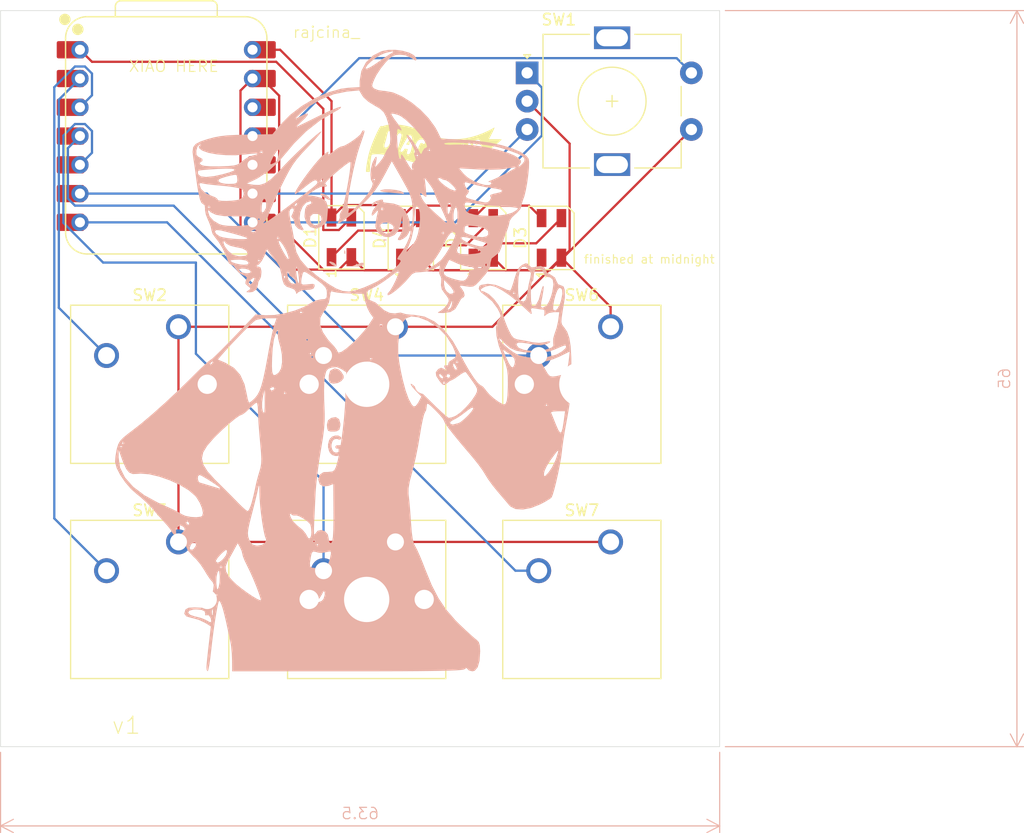
<source format=kicad_pcb>
(kicad_pcb (version 20241229) (generator "pcbnew") (generator_version "9.0")
  (layers (0 "F.Cu" signal) (2 "B.Cu" signal) (13 "F.Paste" user) (15 "B.Paste" user) (5 "F.SilkS" user "F.Silkscreen") (7 "B.SilkS" user "B.Silkscreen") (1 "F.Mask" user) (3 "B.Mask" user) (25 "Edge.Cuts" user))
  (net 0 "")
  (net 1 "Net-(U1-GPIO4{slash}MISO)")
  (net 2 "GND")
  (net 3 "Net-(U1-GPIO1{slash}RX)")
  (net 4 "Net-(U1-GPIO2{slash}SCK)")
  (net 5 "Net-(U1-GPIO7{slash}SCL)")
  (net 6 "Net-(U1-GPIO6{slash}SDA)")
  (net 7 "Net-(U1-GPIO0{slash}TX)")
  (net 10 "Net-(D2-DIN)")
  (net 11 "Net-(U1-GPIO27{slash}ADC1{slash}A1)")
  (net 12 "Net-(U1-GPIO28{slash}ADC2{slash}A2)")
  (net 13 "Net-(U1-GPIO29{slash}ADC3{slash}A3)")
  (net 14 "Net-(D1-DIN)")
  (net 15 "Net-(D1-DOUT)")
  (net 16 "+5V")
  (net 17 "Net-(D2-DOUT)")
  (footprint "LOGO" (layer "F.Cu") (at 112 115.5)
    (property "Reference" "G***" (at 0 0 0) (layer "B.SilkS") (effects (font (size 1.5 1.5) (thickness 0.3))))
    (property "Value" "LOGO" (hide yes))
  )
  (footprint "Button_Switch_Keyboard:SW_Cherry_MX_1.00u_PCB" (layer "F.Cu") (at 134.62 123.92)
    (property "Reference" "SW7" (at -2.54 -2.794 0) (layer "F.SilkS"))
    (property "Value" "SW_Push")
    (pad "" np_thru_hole circle (at -7.62 5.08) (size 1.7 1.7) (drill 1.7) (layers "*.Cu" "*.Mask"))
    (pad "" np_thru_hole circle (at -2.54 5.08) (size 4 4) (drill 4) (layers "*.Cu" "*.Mask"))
    (pad "" np_thru_hole circle (at 2.54 5.08) (size 1.7 1.7) (drill 1.7) (layers "*.Cu" "*.Mask"))
    (pad "1" thru_hole circle (at 0 0) (size 2.2 2.2) (drill 1.5) (layers "*.Cu" "*.Mask") (net 2 "GND"))
    (pad "2" thru_hole circle (at -6.35 2.54) (size 2.2 2.2) (drill 1.5) (layers "*.Cu" "*.Mask") (net 7 "Net-(U1-GPIO0{slash}TX)"))
  )
  (footprint "LED_SMD:LED_SK6812MINI_PLCC4_3.5x3.5mm_P1.75mm" (layer "F.Cu") (at 123.375 97.075 90)
    (property "Reference" "D2" (at 0 -2.75 90) (layer "F.SilkS"))
    (property "Value" "SK6812MINI" (hide yes))
    (fp_text user "1" (at -3.2 -0.875 90) (layer "F.SilkS") (effects (font (size 0.8 0.8))))
    (pad "1" smd rect (at -1.75 -0.875 90) (size 1.6 0.85) (layers "F.Cu" "F.Mask" "F.Paste") (net 17 "Net-(D2-DOUT)"))
    (pad "2" smd rect (at -1.75 0.875 90) (size 1.6 0.85) (layers "F.Cu" "F.Mask" "F.Paste") (net 2 "GND"))
    (pad "3" smd rect (at 1.75 0.875 90) (size 1.6 0.85) (layers "F.Cu" "F.Mask" "F.Paste") (net 10 "Net-(D2-DIN)"))
    (pad "4" smd rect (at 1.75 -0.875 90) (size 1.6 0.85) (layers "F.Cu" "F.Mask" "F.Paste") (net 16 "+5V"))
  )
  (footprint "Rotary_Encoder:RotaryEncoder_Alps_EC11E-Switch_Vertical_H20mm" (layer "F.Cu") (at 127.25 82.5)
    (property "Reference" "SW1" (at 2.8 -4.7 0) (layer "F.SilkS"))
    (property "Value" "RotaryEncoder_Switch")
    (pad "A" thru_hole rect (at 0 0) (size 2 2) (drill 1) (layers "*.Cu" "*.Mask") (net 3 "Net-(U1-GPIO1{slash}RX)"))
    (pad "B" thru_hole circle (at 0 5) (size 2 2) (drill 1) (layers "*.Cu" "*.Mask") (net 4 "Net-(U1-GPIO2{slash}SCK)"))
    (pad "C" thru_hole circle (at 0 2.5) (size 2 2) (drill 1) (layers "*.Cu" "*.Mask") (net 2 "GND"))
    (pad "MP" thru_hole rect (at 7.5 -3.1) (size 3.2 2) (drill oval 2.8 1.5) (layers "*.Cu" "*.Mask"))
    (pad "MP" thru_hole rect (at 7.5 8.1) (size 3.2 2) (drill oval 2.8 1.5) (layers "*.Cu" "*.Mask"))
    (pad "S1" thru_hole circle (at 14.5 5) (size 2 2) (drill 1) (layers "*.Cu" "*.Mask") (net 2 "GND"))
    (pad "S2" thru_hole circle (at 14.5 0) (size 2 2) (drill 1) (layers "*.Cu" "*.Mask") (net 1 "Net-(U1-GPIO4{slash}MISO)"))
  )
  (footprint "LED_SMD:LED_SK6812MINI_PLCC4_3.5x3.5mm_P1.75mm" (layer "F.Cu") (at 110.85 97.025 90)
    (property "Reference" "D1" (at 0 -2.75 90) (layer "F.SilkS"))
    (property "Value" "SK6812MINI" (hide yes))
    (fp_text user "1" (at -3.2 -0.875 90) (layer "F.SilkS") (effects (font (size 0.8 0.8))))
    (pad "1" smd rect (at -1.75 -0.875 90) (size 1.6 0.85) (layers "F.Cu" "F.Mask" "F.Paste") (net 15 "Net-(D1-DOUT)"))
    (pad "2" smd rect (at -1.75 0.875 90) (size 1.6 0.85) (layers "F.Cu" "F.Mask" "F.Paste") (net 2 "GND"))
    (pad "3" smd rect (at 1.75 0.875 90) (size 1.6 0.85) (layers "F.Cu" "F.Mask" "F.Paste") (net 14 "Net-(D1-DIN)"))
    (pad "4" smd rect (at 1.75 -0.875 90) (size 1.6 0.85) (layers "F.Cu" "F.Mask" "F.Paste") (net 16 "+5V"))
  )
  (footprint "Button_Switch_Keyboard:SW_Cherry_MX_1.00u_PCB" (layer "F.Cu") (at 96.46 123.92)
    (property "Reference" "SW3" (at -2.54 -2.794 0) (layer "F.SilkS"))
    (property "Value" "SW_Push")
    (pad "" np_thru_hole circle (at -7.62 5.08) (size 1.7 1.7) (drill 1.7) (layers "*.Cu" "*.Mask"))
    (pad "" np_thru_hole circle (at -2.54 5.08) (size 4 4) (drill 4) (layers "*.Cu" "*.Mask"))
    (pad "" np_thru_hole circle (at 2.54 5.08) (size 1.7 1.7) (drill 1.7) (layers "*.Cu" "*.Mask"))
    (pad "1" thru_hole circle (at 0 0) (size 2.2 2.2) (drill 1.5) (layers "*.Cu" "*.Mask") (net 2 "GND"))
    (pad "2" thru_hole circle (at -6.35 2.54) (size 2.2 2.2) (drill 1.5) (layers "*.Cu" "*.Mask") (net 12 "Net-(U1-GPIO28{slash}ADC2{slash}A2)"))
  )
  (footprint "LED_SMD:LED_SK6812MINI_PLCC4_3.5x3.5mm_P1.75mm" (layer "F.Cu") (at 116.975 97.075 90)
    (property "Reference" "D4" (at 0 -2.75 90) (layer "F.SilkS"))
    (property "Value" "SK6812MINI" (hide yes))
    (fp_text user "1" (at -3.2 -0.875 90) (layer "F.SilkS") (effects (font (size 0.8 0.8))))
    (pad "1" smd rect (at -1.75 -0.875 90) (size 1.6 0.85) (layers "F.Cu" "F.Mask" "F.Paste") (net 10 "Net-(D2-DIN)"))
    (pad "2" smd rect (at -1.75 0.875 90) (size 1.6 0.85) (layers "F.Cu" "F.Mask" "F.Paste") (net 2 "GND"))
    (pad "3" smd rect (at 1.75 0.875 90) (size 1.6 0.85) (layers "F.Cu" "F.Mask" "F.Paste") (net 15 "Net-(D1-DOUT)"))
    (pad "4" smd rect (at 1.75 -0.875 90) (size 1.6 0.85) (layers "F.Cu" "F.Mask" "F.Paste") (net 16 "+5V"))
  )
  (footprint "LOGO" (layer "F.Cu") (at 119.025 89.15)
    (property "Reference" "G***" (hide yes))
    (property "Value" "LOGO" (hide yes))
  )
  (footprint "Button_Switch_Keyboard:SW_Cherry_MX_1.00u_PCB" (layer "F.Cu") (at 115.62 123.92)
    (property "Reference" "SW5" (at -2.54 -2.794 0) (layer "F.SilkS"))
    (property "Value" "SW_Push")
    (pad "" np_thru_hole circle (at -7.62 5.08) (size 1.7 1.7) (drill 1.7) (layers "*.Cu" "*.Mask"))
    (pad "" np_thru_hole circle (at -2.54 5.08) (size 4 4) (drill 4) (layers "*.Cu" "*.Mask"))
    (pad "" np_thru_hole circle (at 2.54 5.08) (size 1.7 1.7) (drill 1.7) (layers "*.Cu" "*.Mask"))
    (pad "1" thru_hole circle (at 0 0) (size 2.2 2.2) (drill 1.5) (layers "*.Cu" "*.Mask") (net 2 "GND"))
    (pad "2" thru_hole circle (at -6.35 2.54) (size 2.2 2.2) (drill 1.5) (layers "*.Cu" "*.Mask") (net 6 "Net-(U1-GPIO6{slash}SDA)"))
  )
  (footprint "Button_Switch_Keyboard:SW_Cherry_MX_1.00u_PCB" (layer "F.Cu") (at 134.62 104.92)
    (property "Reference" "SW6" (at -2.54 -2.794 0) (layer "F.SilkS"))
    (property "Value" "SW_Push")
    (pad "" np_thru_hole circle (at -7.62 5.08) (size 1.7 1.7) (drill 1.7) (layers "*.Cu" "*.Mask"))
    (pad "" np_thru_hole circle (at -2.54 5.08) (size 4 4) (drill 4) (layers "*.Cu" "*.Mask"))
    (pad "" np_thru_hole circle (at 2.54 5.08) (size 1.7 1.7) (drill 1.7) (layers "*.Cu" "*.Mask"))
    (pad "1" thru_hole circle (at 0 0) (size 2.2 2.2) (drill 1.5) (layers "*.Cu" "*.Mask") (net 2 "GND"))
    (pad "2" thru_hole circle (at -6.35 2.54) (size 2.2 2.2) (drill 1.5) (layers "*.Cu" "*.Mask") (net 5 "Net-(U1-GPIO7{slash}SCL)"))
  )
  (footprint "Button_Switch_Keyboard:SW_Cherry_MX_1.00u_PCB" (layer "F.Cu") (at 115.62 104.92)
    (property "Reference" "SW4" (at -2.54 -2.794 0) (layer "F.SilkS"))
    (property "Value" "SW_Push")
    (pad "" np_thru_hole circle (at -7.62 5.08) (size 1.7 1.7) (drill 1.7) (layers "*.Cu" "*.Mask"))
    (pad "" np_thru_hole circle (at -2.54 5.08) (size 4 4) (drill 4) (layers "*.Cu" "*.Mask"))
    (pad "" np_thru_hole circle (at 2.54 5.08) (size 1.7 1.7) (drill 1.7) (layers "*.Cu" "*.Mask"))
    (pad "1" thru_hole circle (at 0 0) (size 2.2 2.2) (drill 1.5) (layers "*.Cu" "*.Mask") (net 2 "GND"))
    (pad "2" thru_hole circle (at -6.35 2.54) (size 2.2 2.2) (drill 1.5) (layers "*.Cu" "*.Mask") (net 13 "Net-(U1-GPIO29{slash}ADC3{slash}A3)"))
  )
  (footprint "OPL:XIAO-RP2040-DIP" (layer "F.Cu") (at 95.38 88.08)
    (property "Reference" "U1" (hide yes))
    (property "Value" "XIAO-RP2040-DIP")
    (pad "1" smd roundrect (at -8.455 -7.62 180) (size 2.432 1.524) (layers "F.Cu" "F.Mask") (roundrect_rratio 0.1) (net 14 "Net-(D1-DIN)"))
    (pad "1" thru_hole circle (at -7.62 -7.62 180) (size 1.524 1.524) (drill 0.889) (layers "*.Cu" "*.Mask") (net 14 "Net-(D1-DIN)"))
    (pad "2" smd roundrect (at -8.455 -5.08 180) (size 2.432 1.524) (layers "F.Cu" "F.Mask") (roundrect_rratio 0.1) (net 11 "Net-(U1-GPIO27{slash}ADC1{slash}A1)"))
    (pad "2" thru_hole circle (at -7.62 -5.08 180) (size 1.524 1.524) (drill 0.889) (layers "*.Cu" "*.Mask") (net 11 "Net-(U1-GPIO27{slash}ADC1{slash}A1)"))
    (pad "3" smd roundrect (at -8.455 -2.54 180) (size 2.432 1.524) (layers "F.Cu" "F.Mask") (roundrect_rratio 0.1) (net 12 "Net-(U1-GPIO28{slash}ADC2{slash}A2)"))
    (pad "3" thru_hole circle (at -7.62 -2.54 180) (size 1.524 1.524) (drill 0.889) (layers "*.Cu" "*.Mask") (net 12 "Net-(U1-GPIO28{slash}ADC2{slash}A2)"))
    (pad "4" smd roundrect (at -8.455 0 180) (size 2.432 1.524) (layers "F.Cu" "F.Mask") (roundrect_rratio 0.1) (net 13 "Net-(U1-GPIO29{slash}ADC3{slash}A3)"))
    (pad "4" thru_hole circle (at -7.62 0 180) (size 1.524 1.524) (drill 0.889) (layers "*.Cu" "*.Mask") (net 13 "Net-(U1-GPIO29{slash}ADC3{slash}A3)"))
    (pad "5" smd roundrect (at -8.455 2.54 180) (size 2.432 1.524) (layers "F.Cu" "F.Mask") (roundrect_rratio 0.1) (net 6 "Net-(U1-GPIO6{slash}SDA)"))
    (pad "5" thru_hole circle (at -7.62 2.54 180) (size 1.524 1.524) (drill 0.889) (layers "*.Cu" "*.Mask") (net 6 "Net-(U1-GPIO6{slash}SDA)"))
    (pad "6" smd roundrect (at -8.455 5.08 180) (size 2.432 1.524) (layers "F.Cu" "F.Mask") (roundrect_rratio 0.1) (net 5 "Net-(U1-GPIO7{slash}SCL)"))
    (pad "6" thru_hole circle (at -7.62 5.08 180) (size 1.524 1.524) (drill 0.889) (layers "*.Cu" "*.Mask") (net 5 "Net-(U1-GPIO7{slash}SCL)"))
    (pad "7" smd roundrect (at -8.455 7.62 180) (size 2.432 1.524) (layers "F.Cu" "F.Mask") (roundrect_rratio 0.1) (net 7 "Net-(U1-GPIO0{slash}TX)"))
    (pad "7" thru_hole circle (at -7.62 7.62 180) (size 1.524 1.524) (drill 0.889) (layers "*.Cu" "*.Mask") (net 7 "Net-(U1-GPIO0{slash}TX)"))
    (pad "8" thru_hole circle (at 7.62 7.62) (size 1.524 1.524) (drill 0.889) (layers "*.Cu" "*.Mask") (net 3 "Net-(U1-GPIO1{slash}RX)"))
    (pad "8" smd roundrect (at 8.455 7.62) (size 2.432 1.524) (layers "F.Cu" "F.Mask") (roundrect_rratio 0.1) (net 3 "Net-(U1-GPIO1{slash}RX)"))
    (pad "9" thru_hole circle (at 7.62 5.08) (size 1.524 1.524) (drill 0.889) (layers "*.Cu" "*.Mask") (net 4 "Net-(U1-GPIO2{slash}SCK)"))
    (pad "9" smd roundrect (at 8.455 5.08) (size 2.432 1.524) (layers "F.Cu" "F.Mask") (roundrect_rratio 0.1) (net 4 "Net-(U1-GPIO2{slash}SCK)"))
    (pad "10" thru_hole circle (at 7.62 2.54) (size 1.524 1.524) (drill 0.889) (layers "*.Cu" "*.Mask") (net 1 "Net-(U1-GPIO4{slash}MISO)"))
    (pad "10" smd roundrect (at 8.455 2.54) (size 2.432 1.524) (layers "F.Cu" "F.Mask") (roundrect_rratio 0.1) (net 1 "Net-(U1-GPIO4{slash}MISO)"))
    (pad "11" thru_hole circle (at 7.62 0) (size 1.524 1.524) (drill 0.889) (layers "*.Cu" "*.Mask"))
    (pad "11" smd roundrect (at 8.455 0) (size 2.432 1.524) (layers "F.Cu" "F.Mask") (roundrect_rratio 0.1))
    (pad "12" thru_hole circle (at 7.62 -2.54) (size 1.524 1.524) (drill 0.889) (layers "*.Cu" "*.Mask"))
    (pad "12" smd roundrect (at 8.455 -2.54) (size 2.432 1.524) (layers "F.Cu" "F.Mask") (roundrect_rratio 0.1))
    (pad "13" thru_hole circle (at 7.62 -5.08) (size 1.524 1.524) (drill 0.889) (layers "*.Cu" "*.Mask") (net 2 "GND"))
    (pad "13" smd roundrect (at 8.455 -5.08) (size 2.432 1.524) (layers "F.Cu" "F.Mask") (roundrect_rratio 0.1) (net 2 "GND"))
    (pad "14" thru_hole circle (at 7.62 -7.62) (size 1.524 1.524) (drill 0.889) (layers "*.Cu" "*.Mask") (net 16 "+5V"))
    (pad "14" smd roundrect (at 8.455 -7.62) (size 2.432 1.524) (layers "F.Cu" "F.Mask") (roundrect_rratio 0.1) (net 16 "+5V"))
  )
  (footprint "LED_SMD:LED_SK6812MINI_PLCC4_3.5x3.5mm_P1.75mm" (layer "F.Cu") (at 129.4 97.075 90)
    (property "Reference" "D3" (at 0 -2.75 90) (layer "F.SilkS"))
    (property "Value" "SK6812MINI" (hide yes))
    (fp_text user "1" (at -3.2 -0.875 90) (layer "F.SilkS") (effects (font (size 0.8 0.8))))
    (pad "1" smd rect (at -1.75 -0.875 90) (size 1.6 0.85) (layers "F.Cu" "F.Mask" "F.Paste"))
    (pad "2" smd rect (at -1.75 0.875 90) (size 1.6 0.85) (layers "F.Cu" "F.Mask" "F.Paste") (net 2 "GND"))
    (pad "3" smd rect (at 1.75 0.875 90) (size 1.6 0.85) (layers "F.Cu" "F.Mask" "F.Paste") (net 17 "Net-(D2-DOUT)"))
    (pad "4" smd rect (at 1.75 -0.875 90) (size 1.6 0.85) (layers "F.Cu" "F.Mask" "F.Paste") (net 16 "+5V"))
  )
  (footprint "Button_Switch_Keyboard:SW_Cherry_MX_1.00u_PCB" (layer "F.Cu") (at 96.46 104.92)
    (property "Reference" "SW2" (at -2.54 -2.794 0) (layer "F.SilkS"))
    (property "Value" "SW_Push")
    (pad "" np_thru_hole circle (at -7.62 5.08) (size 1.7 1.7) (drill 1.7) (layers "*.Cu" "*.Mask"))
    (pad "" np_thru_hole circle (at -2.54 5.08) (size 4 4) (drill 4) (layers "*.Cu" "*.Mask"))
    (pad "" np_thru_hole circle (at 2.54 5.08) (size 1.7 1.7) (drill 1.7) (layers "*.Cu" "*.Mask"))
    (pad "1" thru_hole circle (at 0 0) (size 2.2 2.2) (drill 1.5) (layers "*.Cu" "*.Mask") (net 2 "GND"))
    (pad "2" thru_hole circle (at -6.35 2.54) (size 2.2 2.2) (drill 1.5) (layers "*.Cu" "*.Mask") (net 11 "Net-(U1-GPIO27{slash}ADC1{slash}A1)"))
  )
  (gr_rect (start 80.75 77) (end 144.25 142) (stroke (width 0.05)) (fill no) (layer "Edge.Cuts"))
  (gr_text "finished at midnight" (at 132.2 99.4 0) (layer "F.SilkS") (effects (font (size 0.75 0.75) (thickness 0.1)) (justify left bottom)))
  (gr_text "XIAO HERE" (at 92 82.5 0) (layer "F.SilkS") (effects (font (size 1 1) (thickness 0.1)) (justify left bottom)))
  (gr_text "v1" (at 90.5 141 0) (layer "F.SilkS") (effects (font (size 1.5 1.5) (thickness 0.1)) (justify left bottom)))
  (gr_text "rajcina_" (at 106.5 79.5 0) (layer "F.SilkS") (effects (font (size 1 1) (thickness 0.1)) (justify left bottom)))
  (dimension (type orthogonal) (layer "B.SilkS") (pts (xy 80.75 142) (xy 144.25 142)) (height 7) (orientation 0) (format (prefix "") (suffix "") (units 3) (units_format 0) (precision 4) (suppress_zeroes yes)) (style (thickness 0.1) (arrow_length 1.27) (text_position_mode 0) (arrow_direction outward) (extension_height 0.58642) (extension_offset 0.5) (keep_text_aligned yes)) (gr_text "63.5" (at 112.5 147.9 0) (layer "B.SilkS") (effects (font (size 1 1) (thickness 0.1)) (justify mirror))))
  (dimension (type orthogonal) (layer "B.SilkS") (pts (xy 144.25 142) (xy 144.25 77)) (height 26.25) (orientation 1) (format (prefix "") (suffix "") (units 3) (units_format 0) (precision 4) (suppress_zeroes yes)) (style (thickness 0.1) (arrow_length 1.27) (text_position_mode 0) (arrow_direction outward) (extension_height 0.58642) (extension_offset 0.5) (keep_text_aligned yes)) (gr_text "65" (at 169.4 109.5 90) (layer "B.SilkS") (effects (font (size 1 1) (thickness 0.1)) (justify mirror))))
  (segment (start 141.75 82.5) (end 140.449 81.199) (width 0.2) (layer "B.Cu") (net 1))
  (segment (start 140.449 81.199) (end 112.421 81.199) (width 0.2) (layer "B.Cu") (net 1))
  (segment (start 112.421 81.199) (end 103 90.62) (width 0.2) (layer "B.Cu") (net 1))
  (segment (start 109.299 99.926) (end 105.352 95.979) (width 0.2) (layer "F.Cu") (net 2))
  (segment (start 110.624 99.876) (end 105.67269 99.876) (width 0.2) (layer "F.Cu") (net 2))
  (segment (start 123.149 99.926) (end 124.25 98.825) (width 0.2) (layer "F.Cu") (net 2))
  (segment (start 124.25 98.825) (end 125.351 99.926) (width 0.2) (layer "F.Cu") (net 2))
  (segment (start 131.001 98.176) (end 129.251 99.926) (width 0.2) (layer "F.Cu") (net 2))
  (segment (start 105.352 84.517) (end 103.835 83) (width 0.2) (layer "F.Cu") (net 2))
  (segment (start 129.174 99.926) (end 130.275 98.825) (width 0.2) (layer "F.Cu") (net 2))
  (segment (start 115.62 123.92) (end 134.62 123.92) (width 0.2) (layer "F.Cu") (net 2))
  (segment (start 141.75 87.5) (end 130.425 98.825) (width 0.2) (layer "F.Cu") (net 2))
  (segment (start 127.25 85) (end 131.001 88.751) (width 0.2) (layer "F.Cu") (net 2))
  (segment (start 105.352 95.979) (end 105.352 84.517) (width 0.2) (layer "F.Cu") (net 2))
  (segment (start 130.425 98.825) (end 130.275 98.825) (width 0.2) (layer "F.Cu") (net 2))
  (segment (start 134.62 104.92) (end 134.62 103.17) (width 0.2) (layer "F.Cu") (net 2))
  (segment (start 124.18 104.92) (end 130.275 98.825) (width 0.2) (layer "F.Cu") (net 2))
  (segment (start 105.67269 99.876) (end 101.937 96.14031) (width 0.2) (layer "F.Cu") (net 2))
  (segment (start 118.951 99.926) (end 123.149 99.926) (width 0.2) (layer "F.Cu") (net 2))
  (segment (start 96.46 123.92) (end 115.62 123.92) (width 0.2) (layer "F.Cu") (net 2))
  (segment (start 111.725 98.775) (end 110.624 99.876) (width 0.2) (layer "F.Cu") (net 2))
  (segment (start 116.749 99.926) (end 117.85 98.825) (width 0.2) (layer "F.Cu") (net 2))
  (segment (start 96.46 123.92) (end 96.46 104.92) (width 0.2) (layer "F.Cu") (net 2))
  (segment (start 117.85 98.825) (end 118.951 99.926) (width 0.2) (layer "F.Cu") (net 2))
  (segment (start 101.937 96.14031) (end 101.937 84.063) (width 0.2) (layer "F.Cu") (net 2))
  (segment (start 134.62 103.17) (end 130.275 98.825) (width 0.2) (layer "F.Cu") (net 2))
  (segment (start 112.876 99.926) (end 116.749 99.926) (width 0.2) (layer "F.Cu") (net 2))
  (segment (start 115.62 104.92) (end 124.18 104.92) (width 0.2) (layer "F.Cu") (net 2))
  (segment (start 101.937 84.063) (end 103 83) (width 0.2) (layer "F.Cu") (net 2))
  (segment (start 129.251 99.926) (end 109.299 99.926) (width 0.2) (layer "F.Cu") (net 2))
  (segment (start 125.351 99.926) (end 129.174 99.926) (width 0.2) (layer "F.Cu") (net 2))
  (segment (start 96.46 104.92) (end 115.62 104.92) (width 0.2) (layer "F.Cu") (net 2))
  (segment (start 131.001 88.751) (end 131.001 98.176) (width 0.2) (layer "F.Cu") (net 2))
  (segment (start 111.725 98.775) (end 112.876 99.926) (width 0.2) (layer "F.Cu") (net 2))
  (segment (start 128.551 83.801) (end 128.551 88.038892) (width 0.2) (layer "B.Cu") (net 3))
  (segment (start 127.25 82.5) (end 128.551 83.801) (width 0.2) (layer "B.Cu") (net 3))
  (segment (start 128.551 88.038892) (end 120.889892 95.7) (width 0.2) (layer "B.Cu") (net 3))
  (segment (start 120.889892 95.7) (end 103 95.7) (width 0.2) (layer "B.Cu") (net 3))
  (segment (start 127.25 87.5) (end 121.59 93.16) (width 0.2) (layer "B.Cu") (net 4))
  (segment (start 121.59 93.16) (end 103 93.16) (width 0.2) (layer "B.Cu") (net 4))
  (segment (start 98.95669 93.16) (end 87.76 93.16) (width 0.2) (layer "B.Cu") (net 5))
  (segment (start 113.25669 107.46) (end 98.95669 93.16) (width 0.2) (layer "B.Cu") (net 5))
  (segment (start 128.27 107.46) (end 113.25669 107.46) (width 0.2) (layer "B.Cu") (net 5))
  (segment (start 88.20031 87.017) (end 88.823 87.63969) (width 0.2) (layer "B.Cu") (net 6))
  (segment (start 86.296 95.73931) (end 86.296 88.04069) (width 0.2) (layer "B.Cu") (net 6))
  (segment (start 88.823 87.63969) (end 88.823 89.557) (width 0.2) (layer "B.Cu") (net 6))
  (segment (start 109.27 126.46) (end 109.27 118.57153) (width 0.2) (layer "B.Cu") (net 6))
  (segment (start 98 99.25) (end 89.80669 99.25) (width 0.2) (layer "B.Cu") (net 6))
  (segment (start 98 107.30153) (end 98 99.25) (width 0.2) (layer "B.Cu") (net 6))
  (segment (start 88.823 89.557) (end 87.76 90.62) (width 0.2) (layer "B.Cu") (net 6))
  (segment (start 87.31969 87.017) (end 88.20031 87.017) (width 0.2) (layer "B.Cu") (net 6))
  (segment (start 109.27 118.57153) (end 98 107.30153) (width 0.2) (layer "B.Cu") (net 6))
  (segment (start 86.296 88.04069) (end 87.31969 87.017) (width 0.2) (layer "B.Cu") (net 6))
  (segment (start 89.80669 99.25) (end 86.296 95.73931) (width 0.2) (layer "B.Cu") (net 6))
  (segment (start 128.27 126.46) (end 126.215184 126.46) (width 0.2) (layer "B.Cu") (net 7))
  (segment (start 126.215184 126.46) (end 95.455184 95.7) (width 0.2) (layer "B.Cu") (net 7))
  (segment (start 95.455184 95.7) (end 87.76 95.7) (width 0.2) (layer "B.Cu") (net 7))
  (segment (start 121.851 97.724) (end 124.25 95.325) (width 0.2) (layer "F.Cu") (net 10))
  (segment (start 117.201 97.724) (end 121.851 97.724) (width 0.2) (layer "F.Cu") (net 10))
  (segment (start 116.1 98.825) (end 117.201 97.724) (width 0.2) (layer "F.Cu") (net 10))
  (segment (start 90.11 107.46) (end 85.895 103.245) (width 0.2) (layer "B.Cu") (net 11))
  (segment (start 85.895 84.865) (end 87.76 83) (width 0.2) (layer "B.Cu") (net 11))
  (segment (start 85.895 103.245) (end 85.895 84.865) (width 0.2) (layer "B.Cu") (net 11))
  (segment (start 87.31969 81.937) (end 88.20031 81.937) (width 0.2) (layer "B.Cu") (net 12))
  (segment (start 90.11 126.46) (end 85.494 121.844) (width 0.2) (layer "B.Cu") (net 12))
  (segment (start 88.823 84.477) (end 87.76 85.54) (width 0.2) (layer "B.Cu") (net 12))
  (segment (start 88.20031 81.937) (end 88.823 82.55969) (width 0.2) (layer "B.Cu") (net 12))
  (segment (start 85.494 121.844) (end 85.494 83.76269) (width 0.2) (layer "B.Cu") (net 12))
  (segment (start 85.494 83.76269) (end 87.31969 81.937) (width 0.2) (layer "B.Cu") (net 12))
  (segment (start 88.823 82.55969) (end 88.823 84.477) (width 0.2) (layer "B.Cu") (net 12))
  (segment (start 86.697 89.143) (end 87.76 88.08) (width 0.2) (layer "B.Cu") (net 13))
  (segment (start 109.27 107.46) (end 96.033 94.223) (width 0.2) (layer "B.Cu") (net 13))
  (segment (start 96.033 94.223) (end 87.31969 94.223) (width 0.2) (layer "B.Cu") (net 13))
  (segment (start 86.697 93.60031) (end 86.697 89.143) (width 0.2) (layer "B.Cu") (net 13))
  (segment (start 87.31969 94.223) (end 86.697 93.60031) (width 0.2) (layer "B.Cu") (net 13))
  (segment (start 111.725 95.275) (end 110.624 96.376) (width 0.2) (layer "F.Cu") (net 14))
  (segment (start 105.090626 81.523) (end 88.823 81.523) (width 0.2) (layer "F.Cu") (net 14))
  (segment (start 110.624 96.376) (end 109.249 96.376) (width 0.2) (layer "F.Cu") (net 14))
  (segment (start 88.823 81.523) (end 87.76 80.46) (width 0.2) (layer "F.Cu") (net 14))
  (segment (start 109.249 85.681374) (end 105.090626 81.523) (width 0.2) (layer "F.Cu") (net 14))
  (segment (start 109.249 96.376) (end 109.249 85.681374) (width 0.2) (layer "F.Cu") (net 14))
  (segment (start 112.324 96.426) (end 116.749 96.426) (width 0.2) (layer "F.Cu") (net 15))
  (segment (start 109.975 98.775) (end 112.324 96.426) (width 0.2) (layer "F.Cu") (net 15))
  (segment (start 116.749 96.426) (end 117.85 95.325) (width 0.2) (layer "F.Cu") (net 15))
  (segment (start 116.1 95.325) (end 117.201 94.224) (width 0.2) (layer "F.Cu") (net 16))
  (segment (start 109.975 95.275) (end 111.076 94.174) (width 0.2) (layer "F.Cu") (net 16))
  (segment (start 111.076 94.174) (end 114.949 94.174) (width 0.2) (layer "F.Cu") (net 16))
  (segment (start 127.424 94.224) (end 128.525 95.325) (width 0.2) (layer "F.Cu") (net 16))
  (segment (start 109.975 85) (end 105.435 80.46) (width 0.2) (layer "F.Cu") (net 16))
  (segment (start 105.435 80.46) (end 103.835 80.46) (width 0.2) (layer "F.Cu") (net 16))
  (segment (start 122.5 95.325) (end 123.601 94.224) (width 0.2) (layer "F.Cu") (net 16))
  (segment (start 123.601 94.224) (end 127.424 94.224) (width 0.2) (layer "F.Cu") (net 16))
  (segment (start 109.975 95.275) (end 109.975 85) (width 0.2) (layer "F.Cu") (net 16))
  (segment (start 114.949 94.174) (end 116.1 95.325) (width 0.2) (layer "F.Cu") (net 16))
  (segment (start 121.399 94.224) (end 122.5 95.325) (width 0.2) (layer "F.Cu") (net 16))
  (segment (start 117.201 94.224) (end 121.399 94.224) (width 0.2) (layer "F.Cu") (net 16))
  (segment (start 122.5 98.825) (end 123.775 97.55) (width 0.2) (layer "F.Cu") (net 17))
  (segment (start 123.775 97.55) (end 128.05 97.55) (width 0.2) (layer "F.Cu") (net 17))
  (segment (start 128.05 97.55) (end 130.275 95.325) (width 0.2) (layer "F.Cu") (net 17))
)
</source>
